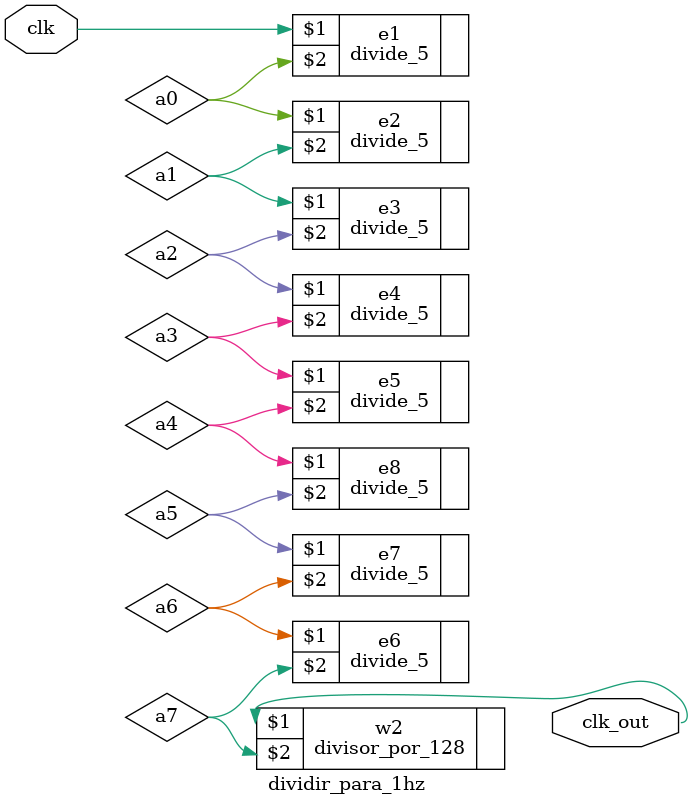
<source format=v>

module dividir_para_1hz(
    output clk_out, 
    input clk
);

// CONTA = 50000000 / (5 ^ 8) × (2 ^ 7);
/* PARA DIVIDIR PARA UM HZ É NECESSARIO TER 8 DIVISORES DE 5 E 7 DIVISORES POR 2;*/
    wire a0, a1, a2, a3, a4, a5, a6, a7;
 
 //AGRUPAMENTO DE DIVISORES;   
    divide_5 e1(clk, a0);
    divide_5 e2(a0, a1);
    divide_5 e3(a1, a2);
    divide_5 e4(a2, a3);
    divide_5 e5(a3, a4);
    divide_5 e8(a4, a5);
    divide_5 e7(a5, a6);
    divide_5 e6(a6, a7);
    
	divisor_por_128 w2(clk_out, a7);

endmodule 
</source>
